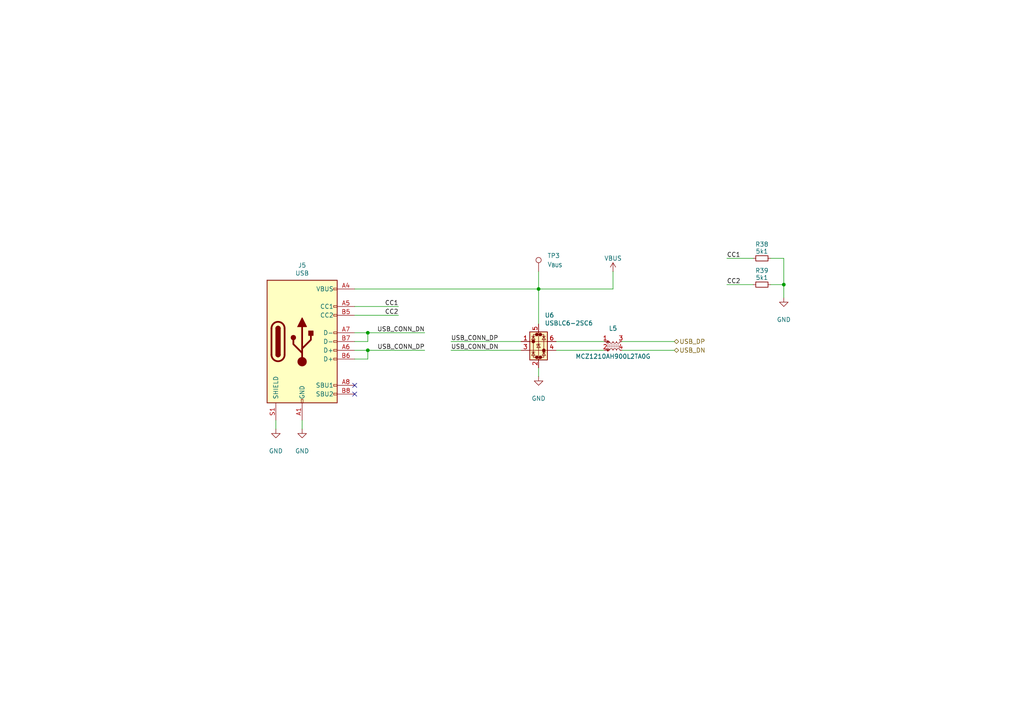
<source format=kicad_sch>
(kicad_sch (version 20231120) (generator "eeschema") (generator_version "8.0")
  (paper "A4")
  (title_block (title "USB-C") (date "2025-05-07") (rev "v1.0.0") (company "github.com/gabbla") (comment 1 "${PROJECTNAME}"))
  (lib_symbols
    (symbol "Connector:TestPoint" (pin_numbers hide) (pin_names (offset 0.762) hide)
      (property "Reference" "TP" (at 0 6.858 0))
      (property "Value" "TestPoint" (at 0 5.08 0))
      (symbol "TestPoint_0_1"
        (circle (center 0 3.302) (radius 0.762))
      )
      (symbol "TestPoint_1_1"
        (pin passive line (at 0 0 90) (length 2.54) (name "1") (number "1"))
      )
    )
    (symbol "Connector:USB_C_Receptacle_USB2.0_16P" (pin_names (offset 1.016))
      (property "Reference" "J" (at 0 22.225 0))
      (property "Value" "USB_C_Receptacle_USB2.0_16P" (at 0 19.685 0))
      (symbol "USB_C_Receptacle_USB2.0_16P_0_0"
        (rectangle (start -0.254 -17.78) (end 0.254 -16.764))
        (rectangle (start 10.16 -14.986) (end 9.144 -15.494))
        (rectangle (start 10.16 -12.446) (end 9.144 -12.954))
        (rectangle (start 10.16 -4.826) (end 9.144 -5.334))
        (rectangle (start 10.16 -2.286) (end 9.144 -2.794))
        (rectangle (start 10.16 0.254) (end 9.144 -0.254))
        (rectangle (start 10.16 2.794) (end 9.144 2.286))
        (rectangle (start 10.16 7.874) (end 9.144 7.366))
        (rectangle (start 10.16 10.414) (end 9.144 9.906))
        (rectangle (start 10.16 15.494) (end 9.144 14.986))
      )
      (symbol "USB_C_Receptacle_USB2.0_16P_0_1"
        (rectangle (start -10.16 17.78) (end 10.16 -17.78) (stroke (width 0.254)) (fill (type background)))
        (arc (start -8.89 -3.81) (mid -6.985 -5.7067) (end -5.08 -3.81) (stroke (width 0.508)))
        (arc (start -7.62 -3.81) (mid -6.985 -4.4423) (end -6.35 -3.81) (stroke (width 0.254)))
        (arc (start -7.62 -3.81) (mid -6.985 -4.4423) (end -6.35 -3.81) (stroke (width 0.254)) (fill (type outline)))
        (rectangle (start -7.62 -3.81) (end -6.35 3.81) (stroke (width 0.254)) (fill (type outline)))
        (arc (start -6.35 3.81) (mid -6.985 4.4423) (end -7.62 3.81) (stroke (width 0.254)))
        (arc (start -6.35 3.81) (mid -6.985 4.4423) (end -7.62 3.81) (stroke (width 0.254)) (fill (type outline)))
        (arc (start -5.08 3.81) (mid -6.985 5.7067) (end -8.89 3.81) (stroke (width 0.508)))
        (circle (center -2.54 1.143) (radius 0.635) (stroke (width 0.254)) (fill (type outline)))
        (circle (center 0 -5.842) (radius 1.27) (fill (type outline)))
        (polyline (pts (xy -8.89 -3.81) (xy -8.89 3.81)) (stroke (width 0.508)))
        (polyline (pts (xy -5.08 3.81) (xy -5.08 -3.81)) (stroke (width 0.508)))
        (polyline (pts (xy 0 -5.842) (xy 0 4.318)) (stroke (width 0.508)))
        (polyline (pts (xy 0 -3.302) (xy -2.54 -0.762) (xy -2.54 0.508)) (stroke (width 0.508)))
        (polyline (pts (xy 0 -2.032) (xy 2.54 0.508) (xy 2.54 1.778)) (stroke (width 0.508)))
        (polyline (pts (xy -1.27 4.318) (xy 0 6.858) (xy 1.27 4.318) (xy -1.27 4.318)) (stroke (width 0.254)) (fill (type outline)))
        (rectangle (start 1.905 1.778) (end 3.175 3.048) (stroke (width 0.254)) (fill (type outline)))
      )
      (symbol "USB_C_Receptacle_USB2.0_16P_1_1"
        (pin passive line (at 0 -22.86 90) (length 5.08) (name "GND") (number "A1"))
        (pin passive line (at 0 -22.86 90) (length 5.08) hide (name "GND") (number "A12"))
        (pin passive line (at 15.24 15.24 180) (length 5.08) (name "VBUS") (number "A4"))
        (pin bidirectional line (at 15.24 10.16 180) (length 5.08) (name "CC1") (number "A5"))
        (pin bidirectional line (at 15.24 -2.54 180) (length 5.08) (name "D+") (number "A6"))
        (pin bidirectional line (at 15.24 2.54 180) (length 5.08) (name "D-") (number "A7"))
        (pin bidirectional line (at 15.24 -12.7 180) (length 5.08) (name "SBU1") (number "A8"))
        (pin passive line (at 15.24 15.24 180) (length 5.08) hide (name "VBUS") (number "A9"))
        (pin passive line (at 0 -22.86 90) (length 5.08) hide (name "GND") (number "B1"))
        (pin passive line (at 0 -22.86 90) (length 5.08) hide (name "GND") (number "B12"))
        (pin passive line (at 15.24 15.24 180) (length 5.08) hide (name "VBUS") (number "B4"))
        (pin bidirectional line (at 15.24 7.62 180) (length 5.08) (name "CC2") (number "B5"))
        (pin bidirectional line (at 15.24 -5.08 180) (length 5.08) (name "D+") (number "B6"))
        (pin bidirectional line (at 15.24 0 180) (length 5.08) (name "D-") (number "B7"))
        (pin bidirectional line (at 15.24 -15.24 180) (length 5.08) (name "SBU2") (number "B8"))
        (pin passive line (at 15.24 15.24 180) (length 5.08) hide (name "VBUS") (number "B9"))
        (pin passive line (at -7.62 -22.86 90) (length 5.08) (name "SHIELD") (number "S1"))
      )
    )
    (symbol "Device:L_Ferrite_Coupled_Small_1324" (pin_names (offset 0.254) hide)
      (property "Reference" "L" (at 0 3.175 0))
      (property "Value" "L_Ferrite_Coupled_Small_1324" (at 0 -3.175 0))
      (symbol "L_Ferrite_Coupled_Small_1324_0_1"
        (arc (start -2.032 1.27) (mid -1.524 0.7642) (end -1.016 1.27))
        (circle (center -1.524 -1.27) (radius 0.254) (fill (type outline)))
        (circle (center -1.524 1.27) (radius 0.254) (fill (type outline)))
        (arc (start -1.016 -1.27) (mid -1.524 -0.7642) (end -2.032 -1.27))
        (arc (start -1.016 1.27) (mid -0.508 0.7642) (end 0 1.27))
        (arc (start 0 -1.27) (mid -0.508 -0.7642) (end -1.016 -1.27))
        (polyline (pts (xy -1.651 0.254) (xy -1.397 0.254)))
        (polyline (pts (xy -1.397 -0.254) (xy -1.651 -0.254)))
        (polyline (pts (xy -1.143 0.254) (xy -0.889 0.254)))
        (polyline (pts (xy -0.889 -0.254) (xy -1.143 -0.254)))
        (polyline (pts (xy -0.635 0.254) (xy -0.381 0.254)))
        (polyline (pts (xy -0.381 -0.254) (xy -0.635 -0.254)))
        (polyline (pts (xy -0.127 0.254) (xy 0.127 0.254)))
        (polyline (pts (xy 0.127 -0.254) (xy -0.127 -0.254)))
        (polyline (pts (xy 0.381 0.254) (xy 0.635 0.254)))
        (polyline (pts (xy 0.635 -0.254) (xy 0.381 -0.254)))
        (polyline (pts (xy 0.889 0.254) (xy 1.143 0.254)))
        (polyline (pts (xy 1.143 -0.254) (xy 0.889 -0.254)))
        (polyline (pts (xy 1.397 0.254) (xy 1.651 0.254)))
        (polyline (pts (xy 1.651 -0.254) (xy 1.397 -0.254)))
        (arc (start 0 1.27) (mid 0.508 0.7642) (end 1.016 1.27))
        (arc (start 1.016 -1.27) (mid 0.508 -0.7642) (end 0 -1.27))
        (arc (start 1.016 1.27) (mid 1.524 0.7642) (end 2.032 1.27))
        (arc (start 2.032 -1.27) (mid 1.524 -0.7642) (end 1.016 -1.27))
      )
      (symbol "L_Ferrite_Coupled_Small_1324_1_1"
        (pin passive line (at -2.54 1.27 0) (length 0.508) (name "1") (number "1"))
        (pin passive line (at -2.54 -1.27 0) (length 0.508) (name "2") (number "2"))
        (pin passive line (at 2.54 1.27 180) (length 0.508) (name "3") (number "3"))
        (pin passive line (at 2.54 -1.27 180) (length 0.508) (name "4") (number "4"))
      )
    )
    (symbol "Device:R_Small" (pin_numbers hide) (pin_names (offset 0.254) hide)
      (property "Reference" "R" (at 0.762 0.508 0))
      (property "Value" "R_Small" (at 0.762 -1.016 0))
      (symbol "R_Small_0_1"
        (rectangle (start -0.762 1.778) (end 0.762 -1.778) (stroke (width 0.2032)))
      )
      (symbol "R_Small_1_1"
        (pin passive line (at 0 2.54 270) (length 0.762) (name "~") (number "1"))
        (pin passive line (at 0 -2.54 90) (length 0.762) (name "~") (number "2"))
      )
    )
    (symbol "Power_Protection:USBLC6-2SC6" (pin_names hide)
      (property "Reference" "U" (at 0.635 5.715 0))
      (property "Value" "USBLC6-2SC6" (at 0.635 3.81 0))
      (symbol "USBLC6-2SC6_0_0"
        (circle (center -1.524 0) (radius 0.0001) (stroke (width 0.508)))
        (circle (center -0.508 -4.572) (radius 0.0001) (stroke (width 0.508)))
        (circle (center -0.508 2.032) (radius 0.0001) (stroke (width 0.508)))
        (circle (center 0.508 -4.572) (radius 0.0001) (stroke (width 0.508)))
        (circle (center 0.508 2.032) (radius 0.0001) (stroke (width 0.508)))
        (circle (center 1.524 -2.54) (radius 0.0001) (stroke (width 0.508)))
      )
      (symbol "USBLC6-2SC6_0_1"
        (polyline (pts (xy -2.54 -2.54) (xy 2.54 -2.54)))
        (polyline (pts (xy -2.54 0) (xy 2.54 0)))
        (polyline (pts (xy -2.032 -3.048) (xy -1.016 -3.048)))
        (polyline (pts (xy -1.016 1.524) (xy -2.032 1.524)))
        (polyline (pts (xy 1.016 -3.048) (xy 2.032 -3.048)))
        (polyline (pts (xy 1.016 1.524) (xy 2.032 1.524)))
        (polyline (pts (xy -0.508 -1.143) (xy -0.508 -0.762) (xy 0.508 -0.762)))
        (polyline (pts (xy -2.032 0.508) (xy -1.016 0.508) (xy -1.524 1.524) (xy -2.032 0.508)))
        (polyline (pts (xy -1.016 -4.064) (xy -2.032 -4.064) (xy -1.524 -3.048) (xy -1.016 -4.064)))
        (polyline (pts (xy 0.508 -1.778) (xy -0.508 -1.778) (xy 0 -0.762) (xy 0.508 -1.778)))
        (polyline (pts (xy 2.032 -4.064) (xy 1.016 -4.064) (xy 1.524 -3.048) (xy 2.032 -4.064)))
        (polyline (pts (xy 2.032 0.508) (xy 1.016 0.508) (xy 1.524 1.524) (xy 2.032 0.508)))
        (polyline (pts (xy 0 2.54) (xy -0.508 2.032) (xy 0.508 2.032) (xy 0 1.524) (xy 0 -4.064) (xy -0.508 -4.572) (xy 0.508 -4.572) (xy 0 -5.08)))
      )
      (symbol "USBLC6-2SC6_1_1"
        (rectangle (start -2.54 2.794) (end 2.54 -5.334) (stroke (width 0.254)) (fill (type background)))
        (polyline (pts (xy -0.508 2.032) (xy -1.524 2.032) (xy -1.524 -4.572) (xy -0.508 -4.572)))
        (polyline (pts (xy 0.508 -4.572) (xy 1.524 -4.572) (xy 1.524 2.032) (xy 0.508 2.032)))
        (pin passive line (at -5.08 0 0) (length 2.54) (name "I/O1") (number "1"))
        (pin passive line (at 0 -7.62 90) (length 2.54) (name "GND") (number "2"))
        (pin passive line (at -5.08 -2.54 0) (length 2.54) (name "I/O2") (number "3"))
        (pin passive line (at 5.08 -2.54 180) (length 2.54) (name "I/O2") (number "4"))
        (pin passive line (at 0 5.08 270) (length 2.54) (name "VBUS") (number "5"))
        (pin passive line (at 5.08 0 180) (length 2.54) (name "I/O1") (number "6"))
      )
    )
    (symbol "power:GND" (power) (pin_numbers hide) (pin_names (offset 0) hide)
      (property "Value" "GND" (at 0 -3.81 0))
      (symbol "GND_0_1"
        (polyline (pts (xy 0 0) (xy 0 -1.27) (xy 1.27 -1.27) (xy 0 -2.54) (xy -1.27 -1.27) (xy 0 -1.27)))
      )
      (symbol "GND_1_1"
        (pin power_in line (at 0 0 270) (length 0) (name "~") (number "1"))
      )
    )
    (symbol "power:VBUS" (power) (pin_numbers hide) (pin_names (offset 0) hide)
      (property "Value" "VBUS" (at 0 3.556 0))
      (symbol "VBUS_0_1"
        (polyline (pts (xy -0.762 1.27) (xy 0 2.54)))
        (polyline (pts (xy 0 0) (xy 0 2.54)))
        (polyline (pts (xy 0 2.54) (xy 0.762 1.27)))
      )
      (symbol "VBUS_1_1"
        (pin power_in line (at 0 0 90) (length 0) (name "~") (number "1"))
      )
    )
  )
  (junction (at 106.68 101.6))
  (junction (at 156.21 83.82))
  (junction (at 227.33 82.55))
  (junction (at 106.68 96.52))
  (no_connect (at 102.87 111.76))
  (no_connect (at 102.87 114.3))
  (wire (pts (xy 87.63 121.92) (xy 87.63 124.46)))
  (wire (pts (xy 106.68 101.6) (xy 123.19 101.6)))
  (wire (pts (xy 210.82 74.93) (xy 218.44 74.93)))
  (wire (pts (xy 156.21 106.68) (xy 156.21 109.22)))
  (wire (pts (xy 156.21 83.82) (xy 177.8 83.82)))
  (wire (pts (xy 130.81 99.06) (xy 151.13 99.06)))
  (wire (pts (xy 106.68 96.52) (xy 123.19 96.52)))
  (wire (pts (xy 115.57 88.9) (xy 102.87 88.9)))
  (wire (pts (xy 106.68 104.14) (xy 106.68 101.6)))
  (wire (pts (xy 102.87 99.06) (xy 106.68 99.06)))
  (wire (pts (xy 223.52 82.55) (xy 227.33 82.55)))
  (wire (pts (xy 227.33 82.55) (xy 227.33 86.36)))
  (wire (pts (xy 180.34 101.6) (xy 195.58 101.6)))
  (wire (pts (xy 227.33 74.93) (xy 227.33 82.55)))
  (wire (pts (xy 102.87 101.6) (xy 106.68 101.6)))
  (wire (pts (xy 223.52 74.93) (xy 227.33 74.93)))
  (wire (pts (xy 102.87 96.52) (xy 106.68 96.52)))
  (wire (pts (xy 80.01 121.92) (xy 80.01 124.46)))
  (wire (pts (xy 180.34 99.06) (xy 195.58 99.06)))
  (wire (pts (xy 156.21 78.74) (xy 156.21 83.82)))
  (wire (pts (xy 156.21 83.82) (xy 156.21 93.98)))
  (wire (pts (xy 106.68 96.52) (xy 106.68 99.06)))
  (wire (pts (xy 130.81 101.6) (xy 151.13 101.6)))
  (wire (pts (xy 161.29 99.06) (xy 175.26 99.06)))
  (wire (pts (xy 102.87 83.82) (xy 156.21 83.82)))
  (wire (pts (xy 161.29 101.6) (xy 175.26 101.6)))
  (wire (pts (xy 102.87 91.44) (xy 115.57 91.44)))
  (wire (pts (xy 177.8 78.74) (xy 177.8 83.82)))
  (wire (pts (xy 210.82 82.55) (xy 218.44 82.55)))
  (wire (pts (xy 102.87 104.14) (xy 106.68 104.14)))
  (label "USB_CONN_DP" (at 123.19 101.6 180))
  (label "CC1" (at 115.57 88.9 180))
  (label "CC2" (at 115.57 91.44 180))
  (label "CC1" (at 210.82 74.93 0))
  (label "CC2" (at 210.82 82.55 0))
  (label "USB_CONN_DN" (at 130.81 101.6 0))
  (label "USB_CONN_DP" (at 130.81 99.06 0))
  (label "USB_CONN_DN" (at 123.19 96.52 180))
  (hierarchical_label "USB_DN" (shape bidirectional) (at 195.58 101.6 0))
  (hierarchical_label "USB_DP" (shape bidirectional) (at 195.58 99.06 0))
  (symbol (lib_id "power:GND") (at 156.21 109.22 0) (unit 1)
    (property "Reference" "#PWR074" (effects (hide yes)))
    (property "Value" "GND" (at 156.21 115.57 0))
    (property "Description" "Power symbol creates a global label with name \"GND\" , ground" (effects (hide yes)))
  )
  (symbol (lib_id "Connector:TestPoint") (at 156.21 78.74 0) (unit 1)
    (property "Reference" "TP3" (at 158.75 74.1679 0) (effects (justify left)))
    (property "Value" "V_{BUS}" (at 158.75 76.7079 0) (effects (justify left)))
    (property "Footprint" "TestPoint:TestPoint_Pad_D1.0mm" (effects (hide yes)))
    (property "Description" "test point" (effects (hide yes)))
  )
  (symbol (lib_id "power:GND") (at 227.33 86.36 0) (unit 1)
    (property "Reference" "#PWR076" (effects (hide yes)))
    (property "Value" "GND" (at 227.33 92.71 0))
    (property "Description" "Power symbol creates a global label with name \"GND\" , ground" (effects (hide yes)))
  )
  (symbol (lib_id "power:VBUS") (at 177.8 78.74 0) (unit 1)
    (property "Reference" "#PWR075" (effects (hide yes)))
    (property "Value" "VBUS" (at 177.8 74.93 0))
    (property "Description" "Power symbol creates a global label with name \"VBUS\"" (effects (hide yes)))
  )
  (symbol (lib_id "Device:L_Ferrite_Coupled_Small_1324") (at 177.8 100.33 0) (unit 1)
    (property "Reference" "L5" (at 177.8 95.25 0))
    (property "Value" "MCZ1210AH900L2TA0G" (at 177.8 103.378 0))
    (property "Footprint" "MCZ1210AH900L2TA0G:MCZ1210AH201L2TA0G" (effects (hide yes)))
    (property "Description" "Coupled inductor with ferrite core, small symbol" (effects (hide yes)))
  )
  (symbol (lib_id "Power_Protection:USBLC6-2SC6") (at 156.21 99.06 0) (unit 1)
    (property "Reference" "U6" (at 157.988 91.44 0) (effects (justify left)))
    (property "Value" "USBLC6-2SC6" (at 157.988 93.726 0) (effects (justify left)))
    (property "Footprint" "Package_TO_SOT_SMD:SOT-23-6" (effects (hide yes)))
    (property "Datasheet" "https://www.st.com/resource/en/datasheet/usblc6-2.pdf" (effects (hide yes)))
    (property "Description" "Very low capacitance ESD protection diode, 2 data-line, SOT-23-6" (effects (hide yes)))
  )
  (symbol (lib_id "Device:R_Small") (at 220.98 82.55 90) (unit 1)
    (property "Reference" "R39" (at 220.98 78.486 90))
    (property "Value" "5k1" (at 220.98 80.518 90))
    (property "Footprint" "Resistor_SMD:R_0603_1608Metric_Pad0.98x0.95mm_HandSolder" (effects (hide yes)))
    (property "Description" "Resistor, small symbol" (effects (hide yes)))
  )
  (symbol (lib_id "power:GND") (at 80.01 124.46 0) (unit 1)
    (property "Reference" "#PWR072" (effects (hide yes)))
    (property "Value" "GND" (at 80.01 130.81 0))
    (property "Description" "Power symbol creates a global label with name \"GND\" , ground" (effects (hide yes)))
  )
  (symbol (lib_id "Connector:USB_C_Receptacle_USB2.0_16P") (at 87.63 99.06 0) (unit 1)
    (property "Reference" "J5" (at 87.63 76.962 0))
    (property "Value" "USB" (at 87.63 79.248 0))
    (property "Footprint" "Connector_USB:USB_C_Receptacle_G-Switch_GT-USB-7010ASV" (effects (hide yes)))
    (property "Datasheet" "https://www.usb.org/sites/default/files/documents/usb_type-c.zip" (effects (hide yes)))
    (property "Description" "USB 2.0-only 16P Type-C Receptacle connector" (effects (hide yes)))
  )
  (symbol (lib_id "power:GND") (at 87.63 124.46 0) (unit 1)
    (property "Reference" "#PWR073" (effects (hide yes)))
    (property "Value" "GND" (at 87.63 130.81 0))
    (property "Description" "Power symbol creates a global label with name \"GND\" , ground" (effects (hide yes)))
  )
  (symbol (lib_id "Device:R_Small") (at 220.98 74.93 90) (unit 1)
    (property "Reference" "R38" (at 220.98 70.866 90))
    (property "Value" "5k1" (at 220.98 72.898 90))
    (property "Footprint" "Resistor_SMD:R_0603_1608Metric_Pad0.98x0.95mm_HandSolder" (effects (hide yes)))
    (property "Description" "Resistor, small symbol" (effects (hide yes)))
  )
)
</source>
